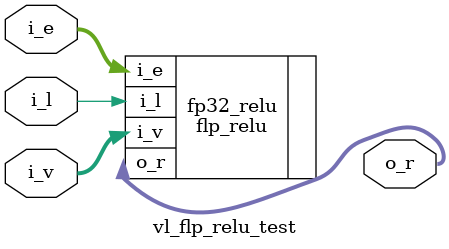
<source format=v>
/*
 * Copyright (c) 2020 The VxEngine Project. All rights reserved.
 *
 * Redistribution and use in source and binary forms, with or without
 * modification, are permitted provided that the following conditions
 * are met:
 * 1. Redistributions of source code must retain the above copyright
 *    notice, this list of conditions and the following disclaimer.
 * 2. Redistributions in binary form must reproduce the above copyright
 *    notice, this list of conditions and the following disclaimer in the
 *    documentation and/or other materials provided with the distribution.
 *
 * THIS SOFTWARE IS PROVIDED BY THE AUTHOR AND CONTRIBUTORS ``AS IS'' AND
 * ANY EXPRESS OR IMPLIED WARRANTIES, INCLUDING, BUT NOT LIMITED TO, THE
 * IMPLIED WARRANTIES OF MERCHANTABILITY AND FITNESS FOR A PARTICULAR PURPOSE
 * ARE DISCLAIMED.  IN NO EVENT SHALL THE AUTHOR OR CONTRIBUTORS BE LIABLE
 * FOR ANY DIRECT, INDIRECT, INCIDENTAL, SPECIAL, EXEMPLARY, OR CONSEQUENTIAL
 * DAMAGES (INCLUDING, BUT NOT LIMITED TO, PROCUREMENT OF SUBSTITUTE GOODS
 * OR SERVICES; LOSS OF USE, DATA, OR PROFITS; OR BUSINESS INTERRUPTION)
 * HOWEVER CAUSED AND ON ANY THEORY OF LIABILITY, WHETHER IN CONTRACT, STRICT
 * LIABILITY, OR TORT (INCLUDING NEGLIGENCE OR OTHERWISE) ARISING IN ANY WAY
 * OUT OF THE USE OF THIS SOFTWARE, EVEN IF ADVISED OF THE POSSIBILITY OF
 * SUCH DAMAGE.
 */

/*
 * Floating point ReLU module test
 */

module vl_flp_relu_test(
	i_v,
	i_l,
	i_e,
	o_r
);
/* Inputs */
input wire [31:0]	i_v;
input wire		i_l;
input wire [6:0]	i_e;
/* Outputs */
output wire [31:0]	o_r;


/* FP32 ReLU block instance */
flp_relu #(
	.EWIDTH(8),
	.SWIDTH(23)
) fp32_relu (
	.i_v(i_v),
	.i_l(i_l),
	.i_e(i_e),
	.o_r(o_r)
);


endmodule /* vl_flp_relu_test */

</source>
